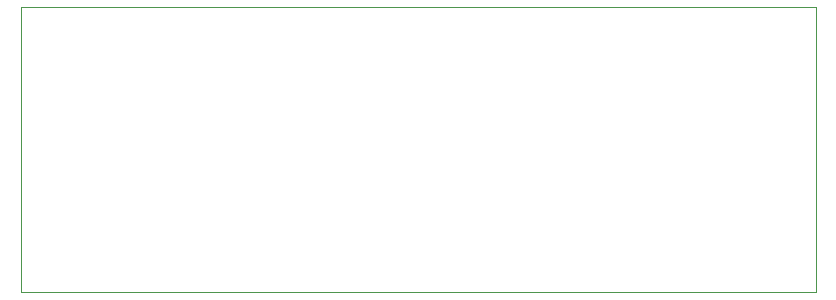
<source format=gbr>
G04 #@! TF.FileFunction,Legend,Bot*
%FSLAX46Y46*%
G04 Gerber Fmt 4.6, Leading zero omitted, Abs format (unit mm)*
G04 Created by KiCad (PCBNEW 0.201509111501+6183~30~ubuntu14.04.1-product) date Wed 16 Sep 2015 08:53:59 PM CDT*
%MOMM*%
G01*
G04 APERTURE LIST*
%ADD10C,0.100000*%
G04 APERTURE END LIST*
D10*
X161290000Y-93980000D02*
X93980000Y-93980000D01*
X161290000Y-118110000D02*
X161290000Y-93980000D01*
X93980000Y-118110000D02*
X161290000Y-118110000D01*
X93980000Y-93980000D02*
X93980000Y-118110000D01*
M02*

</source>
